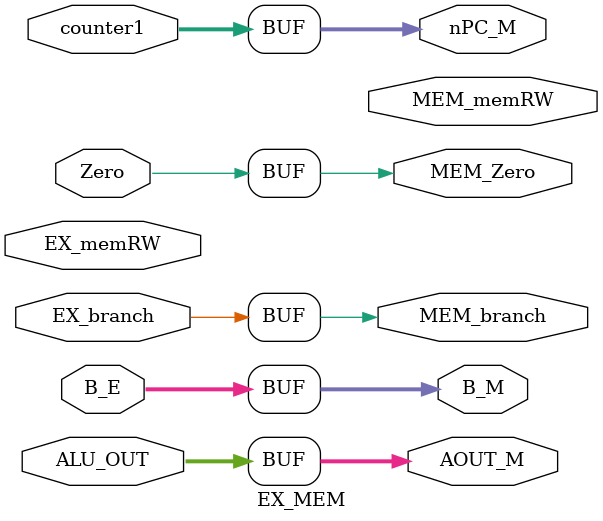
<source format=v>
module EX_MEM (counter1, Zero, ALU_OUT, B_E, EX_branch, EX_memRW, nPC_M, MEM_Zero, AOUT_M, B_M, MEM_branch, MEM_memRW);

    input [31:0] counter1;
    input Zero;
    input [31:0] ALU_OUT;
    input [31:0] B_E;
    input EX_branch;
    input EX_memRW;

    output reg [31:0] nPC_M;
    output reg MEM_Zero;
    output reg [31:0] AOUT_M;
    output reg [31:0] B_M;
    output reg MEM_branch;
    output reg MEM_memRW;

    always @(*) begin
        nPC_M <= counter1;
        MEM_Zero <= Zero;
        AOUT_M <= ALU_OUT;
        B_M <= B_E;
        MEM_branch <= EX_branch;
    end


endmodule
</source>
